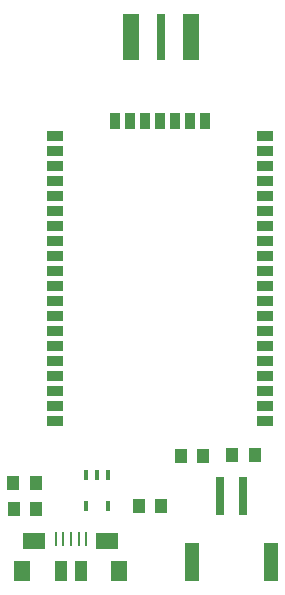
<source format=gbr>
G04 DipTrace 3.0.0.1*
G04 TopPaste.gbr*
%MOIN*%
G04 #@! TF.FileFunction,Paste,Top*
G04 #@! TF.Part,Single*
%ADD53R,0.051181X0.125984*%
%ADD55R,0.031496X0.129921*%
%ADD57R,0.015748X0.035433*%
%ADD59R,0.025591X0.151969*%
%ADD61R,0.051969X0.151969*%
%ADD63R,0.03189X0.052126*%
%ADD65R,0.052126X0.03189*%
%ADD75R,0.03937X0.066929*%
%ADD77R,0.055118X0.066929*%
%ADD79R,0.074803X0.055118*%
%ADD81R,0.007874X0.045276*%
%ADD83R,0.043307X0.051181*%
%FSLAX26Y26*%
G04*
G70*
G90*
G75*
G01*
G04 TopPaste*
%LPD*%
D83*
X512467Y740814D3*
X437664D3*
X513386Y654068D3*
X438583D3*
X1242520Y832415D3*
X1167717D3*
X1071260Y829003D3*
X996457D3*
D81*
X680709Y552887D3*
X655118D3*
X629528D3*
X603937D3*
X578347D3*
D79*
X751575Y547966D3*
X507481D3*
D77*
X790945Y447572D3*
X468110D3*
D75*
X662992D3*
X596063D3*
D83*
X930840Y661942D3*
X856037D3*
D65*
X1275166Y944882D3*
Y994882D3*
Y1044882D3*
Y1094882D3*
Y1144882D3*
Y1194882D3*
Y1244882D3*
Y1294882D3*
Y1344882D3*
Y1394882D3*
Y1444882D3*
Y1494882D3*
Y1544882D3*
Y1594882D3*
Y1644882D3*
Y1694882D3*
Y1744882D3*
Y1794882D3*
Y1844882D3*
Y1894882D3*
D63*
X1075166Y1944882D3*
X1025166D3*
X975166D3*
X925166D3*
X875166D3*
X825166D3*
X775166D3*
D65*
X575166Y1894882D3*
Y1844882D3*
Y1794882D3*
Y1744882D3*
Y1694882D3*
Y1644882D3*
Y1594882D3*
Y1544882D3*
Y1494882D3*
Y1444882D3*
Y1394882D3*
Y1344882D3*
Y1294882D3*
Y1244882D3*
Y1194882D3*
Y1144882D3*
Y1094882D3*
Y1044882D3*
Y994882D3*
Y944882D3*
D61*
X831037Y2226647D3*
D59*
X931037Y2226253D3*
D61*
X1030643D3*
D57*
X754331Y767848D3*
X716929D3*
X679528D3*
Y661549D3*
X754331D3*
D55*
X1125460Y695145D3*
X1204200D3*
D53*
X1033011Y476751D3*
X1296790D3*
M02*

</source>
